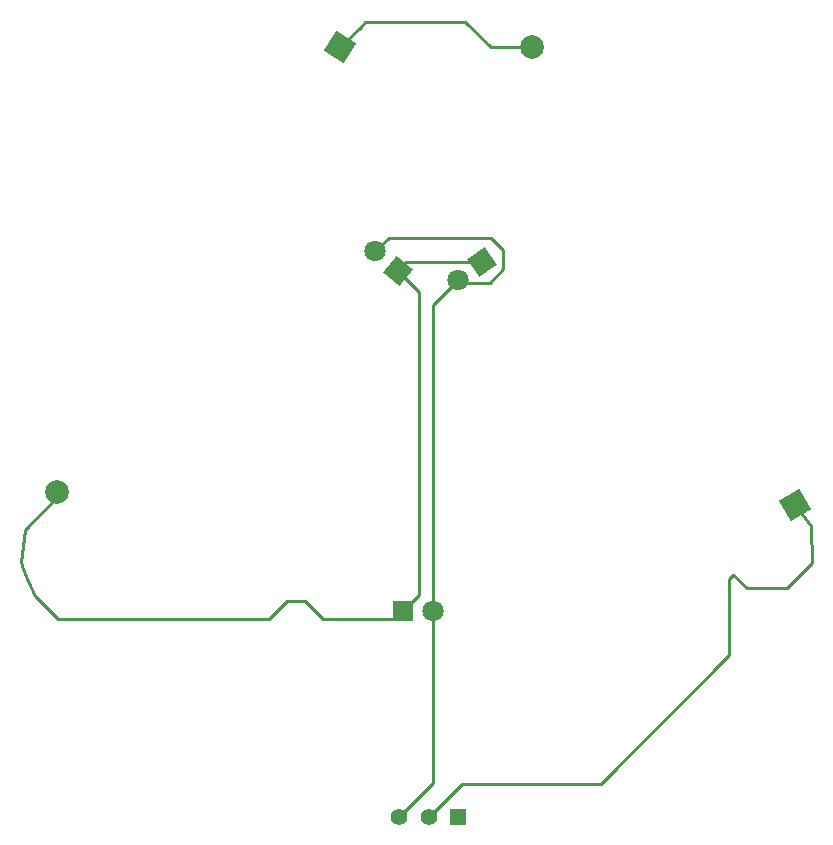
<source format=gbr>
%TF.GenerationSoftware,KiCad,Pcbnew,7.0.1-0*%
%TF.CreationDate,2023-04-12T18:06:32-07:00*%
%TF.ProjectId,GlowArtPCBv3,476c6f77-4172-4745-9043-4276332e6b69,rev?*%
%TF.SameCoordinates,Original*%
%TF.FileFunction,Copper,L2,Bot*%
%TF.FilePolarity,Positive*%
%FSLAX46Y46*%
G04 Gerber Fmt 4.6, Leading zero omitted, Abs format (unit mm)*
G04 Created by KiCad (PCBNEW 7.0.1-0) date 2023-04-12 18:06:32*
%MOMM*%
%LPD*%
G01*
G04 APERTURE LIST*
G04 Aperture macros list*
%AMRotRect*
0 Rectangle, with rotation*
0 The origin of the aperture is its center*
0 $1 length*
0 $2 width*
0 $3 Rotation angle, in degrees counterclockwise*
0 Add horizontal line*
21,1,$1,$2,0,0,$3*%
G04 Aperture macros list end*
%TA.AperFunction,ComponentPad*%
%ADD10R,1.800000X1.800000*%
%TD*%
%TA.AperFunction,ComponentPad*%
%ADD11C,1.800000*%
%TD*%
%TA.AperFunction,ComponentPad*%
%ADD12RotRect,2.000000X2.000000X237.500000*%
%TD*%
%TA.AperFunction,ComponentPad*%
%ADD13C,2.000000*%
%TD*%
%TA.AperFunction,ComponentPad*%
%ADD14RotRect,2.000000X2.000000X120.000000*%
%TD*%
%TA.AperFunction,ComponentPad*%
%ADD15RotRect,1.800000X1.800000X215.000000*%
%TD*%
%TA.AperFunction,ComponentPad*%
%ADD16C,1.400000*%
%TD*%
%TA.AperFunction,ComponentPad*%
%ADD17R,1.400000X1.400000*%
%TD*%
%TA.AperFunction,ComponentPad*%
%ADD18RotRect,1.800000X1.800000X140.000000*%
%TD*%
%TA.AperFunction,Conductor*%
%ADD19C,0.250000*%
%TD*%
G04 APERTURE END LIST*
D10*
%TO.P,D2,1,K*%
%TO.N,Net-(BT1-Pad2)*%
X87757000Y-85471000D03*
D11*
%TO.P,D2,2,A*%
%TO.N,Net-(D1-Pad2)*%
X90297000Y-85471000D03*
%TD*%
D12*
%TO.P,BT1,1,+*%
%TO.N,Net-(BT1-Pad1)*%
X82466781Y-37707371D03*
D13*
%TO.P,BT1,2,-*%
%TO.N,Net-(BT1-Pad2)*%
X58449489Y-75406969D03*
%TD*%
D14*
%TO.P,BT2,1,+*%
%TO.N,Net-(BT2-Pad1)*%
X121005000Y-76462367D03*
D13*
%TO.P,BT2,2,-*%
%TO.N,Net-(BT1-Pad1)*%
X98655000Y-37751031D03*
%TD*%
D15*
%TO.P,flat side,1,K*%
%TO.N,Net-(BT1-Pad2)*%
X94488000Y-55947116D03*
D11*
%TO.P,flat side,2,A*%
%TO.N,Net-(D1-Pad2)*%
X92407354Y-57404000D03*
%TD*%
D16*
%TO.P,SW1,3,C*%
%TO.N,Net-(D1-Pad2)*%
X87470000Y-102870000D03*
%TO.P,SW1,2,B*%
%TO.N,Net-(BT2-Pad1)*%
X89970000Y-102870000D03*
D17*
%TO.P,SW1,1,A*%
%TO.N,unconnected-(SW1-Pad1)*%
X92470000Y-102870000D03*
%TD*%
D18*
%TO.P,flat side,1,K*%
%TO.N,Net-(BT1-Pad2)*%
X87376000Y-56642000D03*
D11*
%TO.P,flat side,2,A*%
%TO.N,Net-(D1-Pad2)*%
X85430247Y-55009319D03*
%TD*%
D19*
%TO.N,Net-(BT2-Pad1)*%
X121005000Y-76462367D02*
X122320000Y-78300000D01*
X122320000Y-78300000D02*
X122410000Y-81410000D01*
X122410000Y-81410000D02*
X120300000Y-83520000D01*
X120300000Y-83520000D02*
X116890000Y-83520000D01*
X116890000Y-83520000D02*
X115750000Y-82380000D01*
X115380000Y-82750000D02*
X115380000Y-89200000D01*
X115380000Y-89200000D02*
X104504000Y-100076000D01*
X104504000Y-100076000D02*
X92764000Y-100076000D01*
X115750000Y-82380000D02*
X115380000Y-82750000D01*
X92764000Y-100076000D02*
X89970000Y-102870000D01*
%TO.N,Net-(D1-Pad2)*%
X90297000Y-85471000D02*
X90297000Y-100043000D01*
X90297000Y-100043000D02*
X87470000Y-102870000D01*
X86591566Y-53848000D02*
X85430247Y-55009319D01*
X96266000Y-56515000D02*
X96266000Y-54864000D01*
X90297000Y-59514354D02*
X90297000Y-85471000D01*
X95250000Y-53848000D02*
X86591566Y-53848000D01*
X92661354Y-57658000D02*
X95123000Y-57658000D01*
X95123000Y-57658000D02*
X96266000Y-56515000D01*
X96266000Y-54864000D02*
X95250000Y-53848000D01*
X92407354Y-57404000D02*
X90297000Y-59514354D01*
X92407354Y-57404000D02*
X92661354Y-57658000D01*
%TO.N,Net-(BT1-Pad2)*%
X58449489Y-75770511D02*
X55810000Y-78580000D01*
X76454000Y-86106000D02*
X77978000Y-84582000D01*
X88070884Y-55947116D02*
X94488000Y-55947116D01*
X87376000Y-56642000D02*
X88070884Y-55947116D01*
X58449489Y-75406969D02*
X58449489Y-75770511D01*
X89154000Y-84074000D02*
X89154000Y-58420000D01*
X77978000Y-84582000D02*
X79502000Y-84582000D01*
X89154000Y-58420000D02*
X87376000Y-56642000D01*
X56610000Y-84170000D02*
X58546000Y-86106000D01*
X55630000Y-81880000D02*
X56000000Y-82950000D01*
X55810000Y-78580000D02*
X55460000Y-81320000D01*
X81026000Y-86106000D02*
X87122000Y-86106000D01*
X79502000Y-84582000D02*
X81026000Y-86106000D01*
X87122000Y-86106000D02*
X87757000Y-85471000D01*
X58546000Y-86106000D02*
X76454000Y-86106000D01*
X56000000Y-82950000D02*
X56610000Y-84170000D01*
X55460000Y-81320000D02*
X55630000Y-81880000D01*
X87757000Y-85471000D02*
X89154000Y-84074000D01*
%TO.N,Net-(BT1-Pad1)*%
X95221031Y-37751031D02*
X93050000Y-35580000D01*
X93050000Y-35580000D02*
X84590000Y-35580000D01*
X84190000Y-35980000D02*
X84190000Y-35984152D01*
X84590000Y-35580000D02*
X84190000Y-35980000D01*
X98655000Y-37751031D02*
X95221031Y-37751031D01*
X84190000Y-35984152D02*
X82466781Y-37707371D01*
%TD*%
M02*

</source>
